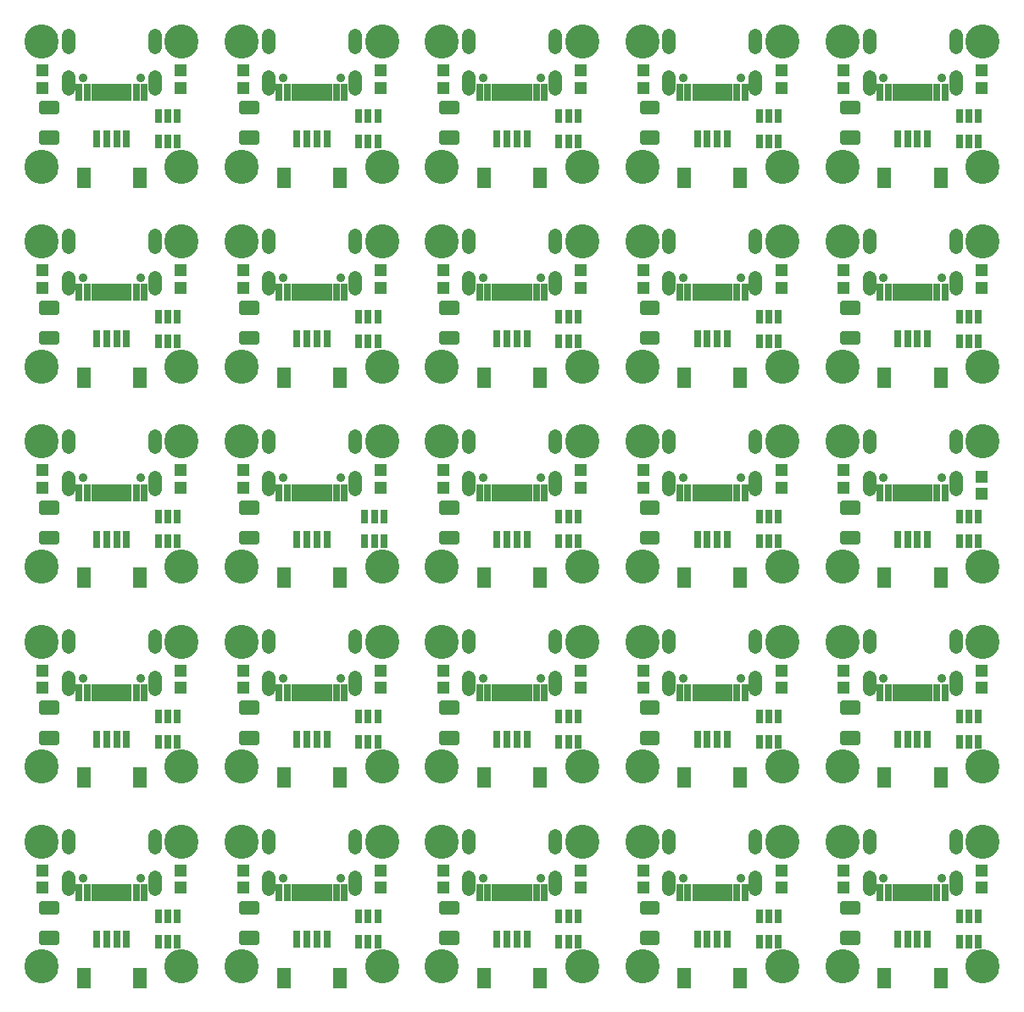
<source format=gbr>
G04 EAGLE Gerber RS-274X export*
G75*
%MOMM*%
%FSLAX34Y34*%
%LPD*%
%INSoldermask Top*%
%IPPOS*%
%AMOC8*
5,1,8,0,0,1.08239X$1,22.5*%
G01*
%ADD10R,0.803200X1.653200*%
%ADD11R,0.503200X1.653200*%
%ADD12C,1.361200*%
%ADD13C,0.903200*%
%ADD14R,0.803200X1.753200*%
%ADD15R,1.403200X2.003200*%
%ADD16C,0.505150*%
%ADD17R,0.803200X1.353200*%
%ADD18R,1.283200X1.253200*%
%ADD19C,3.419200*%


D10*
X145000Y1399050D03*
X137000Y1399050D03*
D11*
X115000Y1399050D03*
X120000Y1399050D03*
X125000Y1399050D03*
X130000Y1399050D03*
X110000Y1399050D03*
X105000Y1399050D03*
X100000Y1399050D03*
X95000Y1399050D03*
D10*
X88000Y1399050D03*
X80000Y1399050D03*
D12*
X155700Y1402410D02*
X155700Y1413990D01*
X69300Y1413990D02*
X69300Y1402410D01*
X155700Y1444210D02*
X155700Y1455790D01*
X69300Y1455790D02*
X69300Y1444210D01*
D13*
X141400Y1413500D03*
X83600Y1413500D03*
D14*
X97500Y1352500D03*
X107500Y1352500D03*
X117500Y1352500D03*
X127500Y1352500D03*
D15*
X84500Y1313750D03*
X140500Y1313750D03*
D16*
X57590Y1349210D02*
X57590Y1358190D01*
X57590Y1349210D02*
X42410Y1349210D01*
X42410Y1358190D01*
X57590Y1358190D01*
X57590Y1354009D02*
X42410Y1354009D01*
X57590Y1379310D02*
X57590Y1388290D01*
X57590Y1379310D02*
X42410Y1379310D01*
X42410Y1388290D01*
X57590Y1388290D01*
X57590Y1384109D02*
X42410Y1384109D01*
D17*
X178250Y1375000D03*
X168750Y1375000D03*
X159250Y1375000D03*
X159250Y1350000D03*
X168750Y1350000D03*
X178250Y1350000D03*
D18*
X181250Y1403750D03*
X181250Y1421250D03*
X43750Y1421250D03*
X43750Y1403750D03*
D10*
X345000Y1399050D03*
X337000Y1399050D03*
D11*
X315000Y1399050D03*
X320000Y1399050D03*
X325000Y1399050D03*
X330000Y1399050D03*
X310000Y1399050D03*
X305000Y1399050D03*
X300000Y1399050D03*
X295000Y1399050D03*
D10*
X288000Y1399050D03*
X280000Y1399050D03*
D12*
X355700Y1402410D02*
X355700Y1413990D01*
X269300Y1413990D02*
X269300Y1402410D01*
X355700Y1444210D02*
X355700Y1455790D01*
X269300Y1455790D02*
X269300Y1444210D01*
D13*
X341400Y1413500D03*
X283600Y1413500D03*
D14*
X297500Y1352500D03*
X307500Y1352500D03*
X317500Y1352500D03*
X327500Y1352500D03*
D15*
X284500Y1313750D03*
X340500Y1313750D03*
D16*
X257590Y1349210D02*
X257590Y1358190D01*
X257590Y1349210D02*
X242410Y1349210D01*
X242410Y1358190D01*
X257590Y1358190D01*
X257590Y1354009D02*
X242410Y1354009D01*
X257590Y1379310D02*
X257590Y1388290D01*
X257590Y1379310D02*
X242410Y1379310D01*
X242410Y1388290D01*
X257590Y1388290D01*
X257590Y1384109D02*
X242410Y1384109D01*
D17*
X359250Y1350000D03*
X368750Y1350000D03*
X378250Y1350000D03*
X378250Y1375000D03*
X368750Y1375000D03*
X359250Y1375000D03*
D18*
X381250Y1403750D03*
X381250Y1421250D03*
X243750Y1421250D03*
X243750Y1403750D03*
D10*
X545000Y1399050D03*
X537000Y1399050D03*
D11*
X515000Y1399050D03*
X520000Y1399050D03*
X525000Y1399050D03*
X530000Y1399050D03*
X510000Y1399050D03*
X505000Y1399050D03*
X500000Y1399050D03*
X495000Y1399050D03*
D10*
X488000Y1399050D03*
X480000Y1399050D03*
D12*
X555700Y1402410D02*
X555700Y1413990D01*
X469300Y1413990D02*
X469300Y1402410D01*
X555700Y1444210D02*
X555700Y1455790D01*
X469300Y1455790D02*
X469300Y1444210D01*
D13*
X541400Y1413500D03*
X483600Y1413500D03*
D14*
X497500Y1352500D03*
X507500Y1352500D03*
X517500Y1352500D03*
X527500Y1352500D03*
D15*
X484500Y1313750D03*
X540500Y1313750D03*
D16*
X457590Y1349210D02*
X457590Y1358190D01*
X457590Y1349210D02*
X442410Y1349210D01*
X442410Y1358190D01*
X457590Y1358190D01*
X457590Y1354009D02*
X442410Y1354009D01*
X457590Y1379310D02*
X457590Y1388290D01*
X457590Y1379310D02*
X442410Y1379310D01*
X442410Y1388290D01*
X457590Y1388290D01*
X457590Y1384109D02*
X442410Y1384109D01*
D17*
X559250Y1350000D03*
X568750Y1350000D03*
X578250Y1350000D03*
X578250Y1375000D03*
X568750Y1375000D03*
X559250Y1375000D03*
D18*
X581250Y1403750D03*
X581250Y1421250D03*
X443750Y1421250D03*
X443750Y1403750D03*
D10*
X745000Y1399050D03*
X737000Y1399050D03*
D11*
X715000Y1399050D03*
X720000Y1399050D03*
X725000Y1399050D03*
X730000Y1399050D03*
X710000Y1399050D03*
X705000Y1399050D03*
X700000Y1399050D03*
X695000Y1399050D03*
D10*
X688000Y1399050D03*
X680000Y1399050D03*
D12*
X755700Y1402410D02*
X755700Y1413990D01*
X669300Y1413990D02*
X669300Y1402410D01*
X755700Y1444210D02*
X755700Y1455790D01*
X669300Y1455790D02*
X669300Y1444210D01*
D13*
X741400Y1413500D03*
X683600Y1413500D03*
D14*
X697500Y1352500D03*
X707500Y1352500D03*
X717500Y1352500D03*
X727500Y1352500D03*
D15*
X684500Y1313750D03*
X740500Y1313750D03*
D16*
X657590Y1349210D02*
X657590Y1358190D01*
X657590Y1349210D02*
X642410Y1349210D01*
X642410Y1358190D01*
X657590Y1358190D01*
X657590Y1354009D02*
X642410Y1354009D01*
X657590Y1379310D02*
X657590Y1388290D01*
X657590Y1379310D02*
X642410Y1379310D01*
X642410Y1388290D01*
X657590Y1388290D01*
X657590Y1384109D02*
X642410Y1384109D01*
D17*
X759250Y1350000D03*
X768750Y1350000D03*
X778250Y1350000D03*
X778250Y1375000D03*
X768750Y1375000D03*
X759250Y1375000D03*
D18*
X781250Y1403750D03*
X781250Y1421250D03*
X643750Y1421250D03*
X643750Y1403750D03*
D10*
X945000Y1399050D03*
X937000Y1399050D03*
D11*
X915000Y1399050D03*
X920000Y1399050D03*
X925000Y1399050D03*
X930000Y1399050D03*
X910000Y1399050D03*
X905000Y1399050D03*
X900000Y1399050D03*
X895000Y1399050D03*
D10*
X888000Y1399050D03*
X880000Y1399050D03*
D12*
X955700Y1402410D02*
X955700Y1413990D01*
X869300Y1413990D02*
X869300Y1402410D01*
X955700Y1444210D02*
X955700Y1455790D01*
X869300Y1455790D02*
X869300Y1444210D01*
D13*
X941400Y1413500D03*
X883600Y1413500D03*
D14*
X897500Y1352500D03*
X907500Y1352500D03*
X917500Y1352500D03*
X927500Y1352500D03*
D15*
X884500Y1313750D03*
X940500Y1313750D03*
D16*
X857590Y1349210D02*
X857590Y1358190D01*
X857590Y1349210D02*
X842410Y1349210D01*
X842410Y1358190D01*
X857590Y1358190D01*
X857590Y1354009D02*
X842410Y1354009D01*
X857590Y1379310D02*
X857590Y1388290D01*
X857590Y1379310D02*
X842410Y1379310D01*
X842410Y1388290D01*
X857590Y1388290D01*
X857590Y1384109D02*
X842410Y1384109D01*
D17*
X959250Y1350000D03*
X968750Y1350000D03*
X978250Y1350000D03*
X978250Y1375000D03*
X968750Y1375000D03*
X959250Y1375000D03*
D18*
X981250Y1403750D03*
X981250Y1421250D03*
X843750Y1421250D03*
X843750Y1403750D03*
D10*
X145000Y1199050D03*
X137000Y1199050D03*
D11*
X115000Y1199050D03*
X120000Y1199050D03*
X125000Y1199050D03*
X130000Y1199050D03*
X110000Y1199050D03*
X105000Y1199050D03*
X100000Y1199050D03*
X95000Y1199050D03*
D10*
X88000Y1199050D03*
X80000Y1199050D03*
D12*
X155700Y1202410D02*
X155700Y1213990D01*
X69300Y1213990D02*
X69300Y1202410D01*
X155700Y1244210D02*
X155700Y1255790D01*
X69300Y1255790D02*
X69300Y1244210D01*
D13*
X141400Y1213500D03*
X83600Y1213500D03*
D14*
X97500Y1152500D03*
X107500Y1152500D03*
X117500Y1152500D03*
X127500Y1152500D03*
D15*
X84500Y1113750D03*
X140500Y1113750D03*
D16*
X57590Y1149210D02*
X57590Y1158190D01*
X57590Y1149210D02*
X42410Y1149210D01*
X42410Y1158190D01*
X57590Y1158190D01*
X57590Y1154009D02*
X42410Y1154009D01*
X57590Y1179310D02*
X57590Y1188290D01*
X57590Y1179310D02*
X42410Y1179310D01*
X42410Y1188290D01*
X57590Y1188290D01*
X57590Y1184109D02*
X42410Y1184109D01*
D17*
X159250Y1150000D03*
X168750Y1150000D03*
X178250Y1150000D03*
X178250Y1175000D03*
X168750Y1175000D03*
X159250Y1175000D03*
D18*
X181250Y1203750D03*
X181250Y1221250D03*
X43750Y1221250D03*
X43750Y1203750D03*
D10*
X345000Y1199050D03*
X337000Y1199050D03*
D11*
X315000Y1199050D03*
X320000Y1199050D03*
X325000Y1199050D03*
X330000Y1199050D03*
X310000Y1199050D03*
X305000Y1199050D03*
X300000Y1199050D03*
X295000Y1199050D03*
D10*
X288000Y1199050D03*
X280000Y1199050D03*
D12*
X355700Y1202410D02*
X355700Y1213990D01*
X269300Y1213990D02*
X269300Y1202410D01*
X355700Y1244210D02*
X355700Y1255790D01*
X269300Y1255790D02*
X269300Y1244210D01*
D13*
X341400Y1213500D03*
X283600Y1213500D03*
D14*
X297500Y1152500D03*
X307500Y1152500D03*
X317500Y1152500D03*
X327500Y1152500D03*
D15*
X284500Y1113750D03*
X340500Y1113750D03*
D16*
X257590Y1149210D02*
X257590Y1158190D01*
X257590Y1149210D02*
X242410Y1149210D01*
X242410Y1158190D01*
X257590Y1158190D01*
X257590Y1154009D02*
X242410Y1154009D01*
X257590Y1179310D02*
X257590Y1188290D01*
X257590Y1179310D02*
X242410Y1179310D01*
X242410Y1188290D01*
X257590Y1188290D01*
X257590Y1184109D02*
X242410Y1184109D01*
D17*
X359250Y1150000D03*
X368750Y1150000D03*
X378250Y1150000D03*
X378250Y1175000D03*
X368750Y1175000D03*
X359250Y1175000D03*
D18*
X381250Y1203750D03*
X381250Y1221250D03*
X243750Y1221250D03*
X243750Y1203750D03*
D10*
X545000Y1199050D03*
X537000Y1199050D03*
D11*
X515000Y1199050D03*
X520000Y1199050D03*
X525000Y1199050D03*
X530000Y1199050D03*
X510000Y1199050D03*
X505000Y1199050D03*
X500000Y1199050D03*
X495000Y1199050D03*
D10*
X488000Y1199050D03*
X480000Y1199050D03*
D12*
X555700Y1202410D02*
X555700Y1213990D01*
X469300Y1213990D02*
X469300Y1202410D01*
X555700Y1244210D02*
X555700Y1255790D01*
X469300Y1255790D02*
X469300Y1244210D01*
D13*
X541400Y1213500D03*
X483600Y1213500D03*
D14*
X497500Y1152500D03*
X507500Y1152500D03*
X517500Y1152500D03*
X527500Y1152500D03*
D15*
X484500Y1113750D03*
X540500Y1113750D03*
D16*
X457590Y1149210D02*
X457590Y1158190D01*
X457590Y1149210D02*
X442410Y1149210D01*
X442410Y1158190D01*
X457590Y1158190D01*
X457590Y1154009D02*
X442410Y1154009D01*
X457590Y1179310D02*
X457590Y1188290D01*
X457590Y1179310D02*
X442410Y1179310D01*
X442410Y1188290D01*
X457590Y1188290D01*
X457590Y1184109D02*
X442410Y1184109D01*
D17*
X559250Y1150000D03*
X568750Y1150000D03*
X578250Y1150000D03*
X578250Y1175000D03*
X568750Y1175000D03*
X559250Y1175000D03*
D18*
X581250Y1203750D03*
X581250Y1221250D03*
X443750Y1221250D03*
X443750Y1203750D03*
D10*
X745000Y1199050D03*
X737000Y1199050D03*
D11*
X715000Y1199050D03*
X720000Y1199050D03*
X725000Y1199050D03*
X730000Y1199050D03*
X710000Y1199050D03*
X705000Y1199050D03*
X700000Y1199050D03*
X695000Y1199050D03*
D10*
X688000Y1199050D03*
X680000Y1199050D03*
D12*
X755700Y1202410D02*
X755700Y1213990D01*
X669300Y1213990D02*
X669300Y1202410D01*
X755700Y1244210D02*
X755700Y1255790D01*
X669300Y1255790D02*
X669300Y1244210D01*
D13*
X741400Y1213500D03*
X683600Y1213500D03*
D14*
X697500Y1152500D03*
X707500Y1152500D03*
X717500Y1152500D03*
X727500Y1152500D03*
D15*
X684500Y1113750D03*
X740500Y1113750D03*
D16*
X657590Y1149210D02*
X657590Y1158190D01*
X657590Y1149210D02*
X642410Y1149210D01*
X642410Y1158190D01*
X657590Y1158190D01*
X657590Y1154009D02*
X642410Y1154009D01*
X657590Y1179310D02*
X657590Y1188290D01*
X657590Y1179310D02*
X642410Y1179310D01*
X642410Y1188290D01*
X657590Y1188290D01*
X657590Y1184109D02*
X642410Y1184109D01*
D17*
X759250Y1150000D03*
X768750Y1150000D03*
X778250Y1150000D03*
X778250Y1175000D03*
X768750Y1175000D03*
X759250Y1175000D03*
D18*
X781250Y1203750D03*
X781250Y1221250D03*
X643750Y1221250D03*
X643750Y1203750D03*
D10*
X945000Y1199050D03*
X937000Y1199050D03*
D11*
X915000Y1199050D03*
X920000Y1199050D03*
X925000Y1199050D03*
X930000Y1199050D03*
X910000Y1199050D03*
X905000Y1199050D03*
X900000Y1199050D03*
X895000Y1199050D03*
D10*
X888000Y1199050D03*
X880000Y1199050D03*
D12*
X955700Y1202410D02*
X955700Y1213990D01*
X869300Y1213990D02*
X869300Y1202410D01*
X955700Y1244210D02*
X955700Y1255790D01*
X869300Y1255790D02*
X869300Y1244210D01*
D13*
X941400Y1213500D03*
X883600Y1213500D03*
D14*
X897500Y1152500D03*
X907500Y1152500D03*
X917500Y1152500D03*
X927500Y1152500D03*
D15*
X884500Y1113750D03*
X940500Y1113750D03*
D16*
X857590Y1149210D02*
X857590Y1158190D01*
X857590Y1149210D02*
X842410Y1149210D01*
X842410Y1158190D01*
X857590Y1158190D01*
X857590Y1154009D02*
X842410Y1154009D01*
X857590Y1179310D02*
X857590Y1188290D01*
X857590Y1179310D02*
X842410Y1179310D01*
X842410Y1188290D01*
X857590Y1188290D01*
X857590Y1184109D02*
X842410Y1184109D01*
D17*
X959250Y1150000D03*
X968750Y1150000D03*
X978250Y1150000D03*
X978250Y1175000D03*
X968750Y1175000D03*
X959250Y1175000D03*
D18*
X981250Y1203750D03*
X981250Y1221250D03*
X843750Y1221250D03*
X843750Y1203750D03*
D10*
X145000Y999050D03*
X137000Y999050D03*
D11*
X115000Y999050D03*
X120000Y999050D03*
X125000Y999050D03*
X130000Y999050D03*
X110000Y999050D03*
X105000Y999050D03*
X100000Y999050D03*
X95000Y999050D03*
D10*
X88000Y999050D03*
X80000Y999050D03*
D12*
X155700Y1002410D02*
X155700Y1013990D01*
X69300Y1013990D02*
X69300Y1002410D01*
X155700Y1044210D02*
X155700Y1055790D01*
X69300Y1055790D02*
X69300Y1044210D01*
D13*
X141400Y1013500D03*
X83600Y1013500D03*
D14*
X97500Y952500D03*
X107500Y952500D03*
X117500Y952500D03*
X127500Y952500D03*
D15*
X84500Y913750D03*
X140500Y913750D03*
D16*
X57590Y949210D02*
X57590Y958190D01*
X57590Y949210D02*
X42410Y949210D01*
X42410Y958190D01*
X57590Y958190D01*
X57590Y954009D02*
X42410Y954009D01*
X57590Y979310D02*
X57590Y988290D01*
X57590Y979310D02*
X42410Y979310D01*
X42410Y988290D01*
X57590Y988290D01*
X57590Y984109D02*
X42410Y984109D01*
D17*
X159250Y950000D03*
X168750Y950000D03*
X178250Y950000D03*
X178250Y975000D03*
X168750Y975000D03*
X159250Y975000D03*
D18*
X181250Y1003750D03*
X181250Y1021250D03*
X43750Y1021250D03*
X43750Y1003750D03*
D10*
X345000Y999050D03*
X337000Y999050D03*
D11*
X315000Y999050D03*
X320000Y999050D03*
X325000Y999050D03*
X330000Y999050D03*
X310000Y999050D03*
X305000Y999050D03*
X300000Y999050D03*
X295000Y999050D03*
D10*
X288000Y999050D03*
X280000Y999050D03*
D12*
X355700Y1002410D02*
X355700Y1013990D01*
X269300Y1013990D02*
X269300Y1002410D01*
X355700Y1044210D02*
X355700Y1055790D01*
X269300Y1055790D02*
X269300Y1044210D01*
D13*
X341400Y1013500D03*
X283600Y1013500D03*
D14*
X297500Y952500D03*
X307500Y952500D03*
X317500Y952500D03*
X327500Y952500D03*
D15*
X284500Y913750D03*
X340500Y913750D03*
D16*
X257590Y949210D02*
X257590Y958190D01*
X257590Y949210D02*
X242410Y949210D01*
X242410Y958190D01*
X257590Y958190D01*
X257590Y954009D02*
X242410Y954009D01*
X257590Y979310D02*
X257590Y988290D01*
X257590Y979310D02*
X242410Y979310D01*
X242410Y988290D01*
X257590Y988290D01*
X257590Y984109D02*
X242410Y984109D01*
D17*
X365500Y950000D03*
X375000Y950000D03*
X384500Y950000D03*
X384500Y975000D03*
X375000Y975000D03*
X365500Y975000D03*
D18*
X381250Y1003750D03*
X381250Y1021250D03*
X243750Y1021250D03*
X243750Y1003750D03*
D10*
X545000Y999050D03*
X537000Y999050D03*
D11*
X515000Y999050D03*
X520000Y999050D03*
X525000Y999050D03*
X530000Y999050D03*
X510000Y999050D03*
X505000Y999050D03*
X500000Y999050D03*
X495000Y999050D03*
D10*
X488000Y999050D03*
X480000Y999050D03*
D12*
X555700Y1002410D02*
X555700Y1013990D01*
X469300Y1013990D02*
X469300Y1002410D01*
X555700Y1044210D02*
X555700Y1055790D01*
X469300Y1055790D02*
X469300Y1044210D01*
D13*
X541400Y1013500D03*
X483600Y1013500D03*
D14*
X497500Y952500D03*
X507500Y952500D03*
X517500Y952500D03*
X527500Y952500D03*
D15*
X484500Y913750D03*
X540500Y913750D03*
D16*
X457590Y949210D02*
X457590Y958190D01*
X457590Y949210D02*
X442410Y949210D01*
X442410Y958190D01*
X457590Y958190D01*
X457590Y954009D02*
X442410Y954009D01*
X457590Y979310D02*
X457590Y988290D01*
X457590Y979310D02*
X442410Y979310D01*
X442410Y988290D01*
X457590Y988290D01*
X457590Y984109D02*
X442410Y984109D01*
D17*
X559250Y950000D03*
X568750Y950000D03*
X578250Y950000D03*
X578250Y975000D03*
X568750Y975000D03*
X559250Y975000D03*
D18*
X581250Y1003750D03*
X581250Y1021250D03*
X443750Y1021250D03*
X443750Y1003750D03*
D10*
X745000Y999050D03*
X737000Y999050D03*
D11*
X715000Y999050D03*
X720000Y999050D03*
X725000Y999050D03*
X730000Y999050D03*
X710000Y999050D03*
X705000Y999050D03*
X700000Y999050D03*
X695000Y999050D03*
D10*
X688000Y999050D03*
X680000Y999050D03*
D12*
X755700Y1002410D02*
X755700Y1013990D01*
X669300Y1013990D02*
X669300Y1002410D01*
X755700Y1044210D02*
X755700Y1055790D01*
X669300Y1055790D02*
X669300Y1044210D01*
D13*
X741400Y1013500D03*
X683600Y1013500D03*
D14*
X697500Y952500D03*
X707500Y952500D03*
X717500Y952500D03*
X727500Y952500D03*
D15*
X684500Y913750D03*
X740500Y913750D03*
D16*
X657590Y949210D02*
X657590Y958190D01*
X657590Y949210D02*
X642410Y949210D01*
X642410Y958190D01*
X657590Y958190D01*
X657590Y954009D02*
X642410Y954009D01*
X657590Y979310D02*
X657590Y988290D01*
X657590Y979310D02*
X642410Y979310D01*
X642410Y988290D01*
X657590Y988290D01*
X657590Y984109D02*
X642410Y984109D01*
D17*
X759250Y950000D03*
X768750Y950000D03*
X778250Y950000D03*
X778250Y975000D03*
X768750Y975000D03*
X759250Y975000D03*
D18*
X781250Y1003750D03*
X781250Y1021250D03*
X643750Y1021250D03*
X643750Y1003750D03*
D10*
X945000Y999050D03*
X937000Y999050D03*
D11*
X915000Y999050D03*
X920000Y999050D03*
X925000Y999050D03*
X930000Y999050D03*
X910000Y999050D03*
X905000Y999050D03*
X900000Y999050D03*
X895000Y999050D03*
D10*
X888000Y999050D03*
X880000Y999050D03*
D12*
X955700Y1002410D02*
X955700Y1013990D01*
X869300Y1013990D02*
X869300Y1002410D01*
X955700Y1044210D02*
X955700Y1055790D01*
X869300Y1055790D02*
X869300Y1044210D01*
D13*
X941400Y1013500D03*
X883600Y1013500D03*
D14*
X897500Y952500D03*
X907500Y952500D03*
X917500Y952500D03*
X927500Y952500D03*
D15*
X884500Y913750D03*
X940500Y913750D03*
D16*
X857590Y949210D02*
X857590Y958190D01*
X857590Y949210D02*
X842410Y949210D01*
X842410Y958190D01*
X857590Y958190D01*
X857590Y954009D02*
X842410Y954009D01*
X857590Y979310D02*
X857590Y988290D01*
X857590Y979310D02*
X842410Y979310D01*
X842410Y988290D01*
X857590Y988290D01*
X857590Y984109D02*
X842410Y984109D01*
D17*
X959250Y950000D03*
X968750Y950000D03*
X978250Y950000D03*
X978250Y975000D03*
X968750Y975000D03*
X959250Y975000D03*
D18*
X981250Y997500D03*
X981250Y1015000D03*
X843750Y1021250D03*
X843750Y1003750D03*
D10*
X145000Y799050D03*
X137000Y799050D03*
D11*
X115000Y799050D03*
X120000Y799050D03*
X125000Y799050D03*
X130000Y799050D03*
X110000Y799050D03*
X105000Y799050D03*
X100000Y799050D03*
X95000Y799050D03*
D10*
X88000Y799050D03*
X80000Y799050D03*
D12*
X155700Y802410D02*
X155700Y813990D01*
X69300Y813990D02*
X69300Y802410D01*
X155700Y844210D02*
X155700Y855790D01*
X69300Y855790D02*
X69300Y844210D01*
D13*
X141400Y813500D03*
X83600Y813500D03*
D14*
X97500Y752500D03*
X107500Y752500D03*
X117500Y752500D03*
X127500Y752500D03*
D15*
X84500Y713750D03*
X140500Y713750D03*
D16*
X57590Y749210D02*
X57590Y758190D01*
X57590Y749210D02*
X42410Y749210D01*
X42410Y758190D01*
X57590Y758190D01*
X57590Y754009D02*
X42410Y754009D01*
X57590Y779310D02*
X57590Y788290D01*
X57590Y779310D02*
X42410Y779310D01*
X42410Y788290D01*
X57590Y788290D01*
X57590Y784109D02*
X42410Y784109D01*
D17*
X159250Y750000D03*
X168750Y750000D03*
X178250Y750000D03*
X178250Y775000D03*
X168750Y775000D03*
X159250Y775000D03*
D18*
X181250Y803750D03*
X181250Y821250D03*
X43750Y821250D03*
X43750Y803750D03*
D10*
X345000Y799050D03*
X337000Y799050D03*
D11*
X315000Y799050D03*
X320000Y799050D03*
X325000Y799050D03*
X330000Y799050D03*
X310000Y799050D03*
X305000Y799050D03*
X300000Y799050D03*
X295000Y799050D03*
D10*
X288000Y799050D03*
X280000Y799050D03*
D12*
X355700Y802410D02*
X355700Y813990D01*
X269300Y813990D02*
X269300Y802410D01*
X355700Y844210D02*
X355700Y855790D01*
X269300Y855790D02*
X269300Y844210D01*
D13*
X341400Y813500D03*
X283600Y813500D03*
D14*
X297500Y752500D03*
X307500Y752500D03*
X317500Y752500D03*
X327500Y752500D03*
D15*
X284500Y713750D03*
X340500Y713750D03*
D16*
X257590Y749210D02*
X257590Y758190D01*
X257590Y749210D02*
X242410Y749210D01*
X242410Y758190D01*
X257590Y758190D01*
X257590Y754009D02*
X242410Y754009D01*
X257590Y779310D02*
X257590Y788290D01*
X257590Y779310D02*
X242410Y779310D01*
X242410Y788290D01*
X257590Y788290D01*
X257590Y784109D02*
X242410Y784109D01*
D17*
X359250Y750000D03*
X368750Y750000D03*
X378250Y750000D03*
X378250Y775000D03*
X368750Y775000D03*
X359250Y775000D03*
D18*
X381250Y803750D03*
X381250Y821250D03*
X243750Y821250D03*
X243750Y803750D03*
D10*
X545000Y799050D03*
X537000Y799050D03*
D11*
X515000Y799050D03*
X520000Y799050D03*
X525000Y799050D03*
X530000Y799050D03*
X510000Y799050D03*
X505000Y799050D03*
X500000Y799050D03*
X495000Y799050D03*
D10*
X488000Y799050D03*
X480000Y799050D03*
D12*
X555700Y802410D02*
X555700Y813990D01*
X469300Y813990D02*
X469300Y802410D01*
X555700Y844210D02*
X555700Y855790D01*
X469300Y855790D02*
X469300Y844210D01*
D13*
X541400Y813500D03*
X483600Y813500D03*
D14*
X497500Y752500D03*
X507500Y752500D03*
X517500Y752500D03*
X527500Y752500D03*
D15*
X484500Y713750D03*
X540500Y713750D03*
D16*
X457590Y749210D02*
X457590Y758190D01*
X457590Y749210D02*
X442410Y749210D01*
X442410Y758190D01*
X457590Y758190D01*
X457590Y754009D02*
X442410Y754009D01*
X457590Y779310D02*
X457590Y788290D01*
X457590Y779310D02*
X442410Y779310D01*
X442410Y788290D01*
X457590Y788290D01*
X457590Y784109D02*
X442410Y784109D01*
D17*
X559250Y750000D03*
X568750Y750000D03*
X578250Y750000D03*
X578250Y775000D03*
X568750Y775000D03*
X559250Y775000D03*
D18*
X581250Y803750D03*
X581250Y821250D03*
X443750Y821250D03*
X443750Y803750D03*
D10*
X745000Y799050D03*
X737000Y799050D03*
D11*
X715000Y799050D03*
X720000Y799050D03*
X725000Y799050D03*
X730000Y799050D03*
X710000Y799050D03*
X705000Y799050D03*
X700000Y799050D03*
X695000Y799050D03*
D10*
X688000Y799050D03*
X680000Y799050D03*
D12*
X755700Y802410D02*
X755700Y813990D01*
X669300Y813990D02*
X669300Y802410D01*
X755700Y844210D02*
X755700Y855790D01*
X669300Y855790D02*
X669300Y844210D01*
D13*
X741400Y813500D03*
X683600Y813500D03*
D14*
X697500Y752500D03*
X707500Y752500D03*
X717500Y752500D03*
X727500Y752500D03*
D15*
X684500Y713750D03*
X740500Y713750D03*
D16*
X657590Y749210D02*
X657590Y758190D01*
X657590Y749210D02*
X642410Y749210D01*
X642410Y758190D01*
X657590Y758190D01*
X657590Y754009D02*
X642410Y754009D01*
X657590Y779310D02*
X657590Y788290D01*
X657590Y779310D02*
X642410Y779310D01*
X642410Y788290D01*
X657590Y788290D01*
X657590Y784109D02*
X642410Y784109D01*
D17*
X759250Y750000D03*
X768750Y750000D03*
X778250Y750000D03*
X778250Y775000D03*
X768750Y775000D03*
X759250Y775000D03*
D18*
X781250Y803750D03*
X781250Y821250D03*
X643750Y821250D03*
X643750Y803750D03*
D10*
X945000Y799050D03*
X937000Y799050D03*
D11*
X915000Y799050D03*
X920000Y799050D03*
X925000Y799050D03*
X930000Y799050D03*
X910000Y799050D03*
X905000Y799050D03*
X900000Y799050D03*
X895000Y799050D03*
D10*
X888000Y799050D03*
X880000Y799050D03*
D12*
X955700Y802410D02*
X955700Y813990D01*
X869300Y813990D02*
X869300Y802410D01*
X955700Y844210D02*
X955700Y855790D01*
X869300Y855790D02*
X869300Y844210D01*
D13*
X941400Y813500D03*
X883600Y813500D03*
D14*
X897500Y752500D03*
X907500Y752500D03*
X917500Y752500D03*
X927500Y752500D03*
D15*
X884500Y713750D03*
X940500Y713750D03*
D16*
X857590Y749210D02*
X857590Y758190D01*
X857590Y749210D02*
X842410Y749210D01*
X842410Y758190D01*
X857590Y758190D01*
X857590Y754009D02*
X842410Y754009D01*
X857590Y779310D02*
X857590Y788290D01*
X857590Y779310D02*
X842410Y779310D01*
X842410Y788290D01*
X857590Y788290D01*
X857590Y784109D02*
X842410Y784109D01*
D17*
X959250Y750000D03*
X968750Y750000D03*
X978250Y750000D03*
X978250Y775000D03*
X968750Y775000D03*
X959250Y775000D03*
D18*
X981250Y803750D03*
X981250Y821250D03*
X843750Y821250D03*
X843750Y803750D03*
D10*
X145000Y599050D03*
X137000Y599050D03*
D11*
X115000Y599050D03*
X120000Y599050D03*
X125000Y599050D03*
X130000Y599050D03*
X110000Y599050D03*
X105000Y599050D03*
X100000Y599050D03*
X95000Y599050D03*
D10*
X88000Y599050D03*
X80000Y599050D03*
D12*
X155700Y602410D02*
X155700Y613990D01*
X69300Y613990D02*
X69300Y602410D01*
X155700Y644210D02*
X155700Y655790D01*
X69300Y655790D02*
X69300Y644210D01*
D13*
X141400Y613500D03*
X83600Y613500D03*
D14*
X97500Y552500D03*
X107500Y552500D03*
X117500Y552500D03*
X127500Y552500D03*
D15*
X84500Y513750D03*
X140500Y513750D03*
D16*
X57590Y549210D02*
X57590Y558190D01*
X57590Y549210D02*
X42410Y549210D01*
X42410Y558190D01*
X57590Y558190D01*
X57590Y554009D02*
X42410Y554009D01*
X57590Y579310D02*
X57590Y588290D01*
X57590Y579310D02*
X42410Y579310D01*
X42410Y588290D01*
X57590Y588290D01*
X57590Y584109D02*
X42410Y584109D01*
D17*
X159250Y550000D03*
X168750Y550000D03*
X178250Y550000D03*
X178250Y575000D03*
X168750Y575000D03*
X159250Y575000D03*
D18*
X181250Y603750D03*
X181250Y621250D03*
X43750Y621250D03*
X43750Y603750D03*
D10*
X345000Y599050D03*
X337000Y599050D03*
D11*
X315000Y599050D03*
X320000Y599050D03*
X325000Y599050D03*
X330000Y599050D03*
X310000Y599050D03*
X305000Y599050D03*
X300000Y599050D03*
X295000Y599050D03*
D10*
X288000Y599050D03*
X280000Y599050D03*
D12*
X355700Y602410D02*
X355700Y613990D01*
X269300Y613990D02*
X269300Y602410D01*
X355700Y644210D02*
X355700Y655790D01*
X269300Y655790D02*
X269300Y644210D01*
D13*
X341400Y613500D03*
X283600Y613500D03*
D14*
X297500Y552500D03*
X307500Y552500D03*
X317500Y552500D03*
X327500Y552500D03*
D15*
X284500Y513750D03*
X340500Y513750D03*
D16*
X257590Y549210D02*
X257590Y558190D01*
X257590Y549210D02*
X242410Y549210D01*
X242410Y558190D01*
X257590Y558190D01*
X257590Y554009D02*
X242410Y554009D01*
X257590Y579310D02*
X257590Y588290D01*
X257590Y579310D02*
X242410Y579310D01*
X242410Y588290D01*
X257590Y588290D01*
X257590Y584109D02*
X242410Y584109D01*
D17*
X359250Y550000D03*
X368750Y550000D03*
X378250Y550000D03*
X378250Y575000D03*
X368750Y575000D03*
X359250Y575000D03*
D18*
X381250Y603750D03*
X381250Y621250D03*
X243750Y621250D03*
X243750Y603750D03*
D10*
X545000Y599050D03*
X537000Y599050D03*
D11*
X515000Y599050D03*
X520000Y599050D03*
X525000Y599050D03*
X530000Y599050D03*
X510000Y599050D03*
X505000Y599050D03*
X500000Y599050D03*
X495000Y599050D03*
D10*
X488000Y599050D03*
X480000Y599050D03*
D12*
X555700Y602410D02*
X555700Y613990D01*
X469300Y613990D02*
X469300Y602410D01*
X555700Y644210D02*
X555700Y655790D01*
X469300Y655790D02*
X469300Y644210D01*
D13*
X541400Y613500D03*
X483600Y613500D03*
D14*
X497500Y552500D03*
X507500Y552500D03*
X517500Y552500D03*
X527500Y552500D03*
D15*
X484500Y513750D03*
X540500Y513750D03*
D16*
X457590Y549210D02*
X457590Y558190D01*
X457590Y549210D02*
X442410Y549210D01*
X442410Y558190D01*
X457590Y558190D01*
X457590Y554009D02*
X442410Y554009D01*
X457590Y579310D02*
X457590Y588290D01*
X457590Y579310D02*
X442410Y579310D01*
X442410Y588290D01*
X457590Y588290D01*
X457590Y584109D02*
X442410Y584109D01*
D17*
X559250Y550000D03*
X568750Y550000D03*
X578250Y550000D03*
X578250Y575000D03*
X568750Y575000D03*
X559250Y575000D03*
D18*
X581250Y603750D03*
X581250Y621250D03*
X443750Y621250D03*
X443750Y603750D03*
D10*
X745000Y599050D03*
X737000Y599050D03*
D11*
X715000Y599050D03*
X720000Y599050D03*
X725000Y599050D03*
X730000Y599050D03*
X710000Y599050D03*
X705000Y599050D03*
X700000Y599050D03*
X695000Y599050D03*
D10*
X688000Y599050D03*
X680000Y599050D03*
D12*
X755700Y602410D02*
X755700Y613990D01*
X669300Y613990D02*
X669300Y602410D01*
X755700Y644210D02*
X755700Y655790D01*
X669300Y655790D02*
X669300Y644210D01*
D13*
X741400Y613500D03*
X683600Y613500D03*
D14*
X697500Y552500D03*
X707500Y552500D03*
X717500Y552500D03*
X727500Y552500D03*
D15*
X684500Y513750D03*
X740500Y513750D03*
D16*
X657590Y549210D02*
X657590Y558190D01*
X657590Y549210D02*
X642410Y549210D01*
X642410Y558190D01*
X657590Y558190D01*
X657590Y554009D02*
X642410Y554009D01*
X657590Y579310D02*
X657590Y588290D01*
X657590Y579310D02*
X642410Y579310D01*
X642410Y588290D01*
X657590Y588290D01*
X657590Y584109D02*
X642410Y584109D01*
D17*
X759250Y550000D03*
X768750Y550000D03*
X778250Y550000D03*
X778250Y575000D03*
X768750Y575000D03*
X759250Y575000D03*
D18*
X781250Y603750D03*
X781250Y621250D03*
X643750Y621250D03*
X643750Y603750D03*
D10*
X945000Y599050D03*
X937000Y599050D03*
D11*
X915000Y599050D03*
X920000Y599050D03*
X925000Y599050D03*
X930000Y599050D03*
X910000Y599050D03*
X905000Y599050D03*
X900000Y599050D03*
X895000Y599050D03*
D10*
X888000Y599050D03*
X880000Y599050D03*
D12*
X955700Y602410D02*
X955700Y613990D01*
X869300Y613990D02*
X869300Y602410D01*
X955700Y644210D02*
X955700Y655790D01*
X869300Y655790D02*
X869300Y644210D01*
D13*
X941400Y613500D03*
X883600Y613500D03*
D14*
X897500Y552500D03*
X907500Y552500D03*
X917500Y552500D03*
X927500Y552500D03*
D15*
X884500Y513750D03*
X940500Y513750D03*
D16*
X857590Y549210D02*
X857590Y558190D01*
X857590Y549210D02*
X842410Y549210D01*
X842410Y558190D01*
X857590Y558190D01*
X857590Y554009D02*
X842410Y554009D01*
X857590Y579310D02*
X857590Y588290D01*
X857590Y579310D02*
X842410Y579310D01*
X842410Y588290D01*
X857590Y588290D01*
X857590Y584109D02*
X842410Y584109D01*
D17*
X959250Y550000D03*
X968750Y550000D03*
X978250Y550000D03*
X978250Y575000D03*
X968750Y575000D03*
X959250Y575000D03*
D18*
X981250Y603750D03*
X981250Y621250D03*
X843750Y621250D03*
X843750Y603750D03*
D19*
X42500Y1450000D03*
X182500Y1450000D03*
X182500Y1325000D03*
X42500Y1325000D03*
X42500Y1250000D03*
X182500Y1250000D03*
X42500Y1125000D03*
X182500Y1125000D03*
X42500Y1050000D03*
X182500Y1050000D03*
X42500Y925000D03*
X182500Y925000D03*
X42500Y850000D03*
X182500Y850000D03*
X42500Y725000D03*
X182500Y725000D03*
X42500Y650000D03*
X182500Y650000D03*
X42500Y525000D03*
X182500Y525000D03*
X242500Y650000D03*
X382500Y650000D03*
X242500Y525000D03*
X382500Y525000D03*
X242500Y850000D03*
X382500Y850000D03*
X242500Y725000D03*
X382500Y725000D03*
X242500Y1050000D03*
X382500Y1050000D03*
X242500Y925000D03*
X382500Y925000D03*
X242500Y1250000D03*
X382500Y1250000D03*
X242500Y1125000D03*
X382500Y1125000D03*
X242500Y1450000D03*
X382500Y1450000D03*
X242500Y1325000D03*
X382500Y1325000D03*
X442500Y1450000D03*
X582500Y1450000D03*
X442500Y1325000D03*
X582500Y1325000D03*
X442500Y1250000D03*
X582500Y1250000D03*
X442500Y1125000D03*
X582500Y1125000D03*
X442500Y1050000D03*
X582500Y1050000D03*
X442500Y925000D03*
X582500Y925000D03*
X442500Y850000D03*
X582500Y850000D03*
X442500Y725000D03*
X582500Y725000D03*
X442500Y650000D03*
X582500Y650000D03*
X442500Y525000D03*
X582500Y525000D03*
X642500Y650000D03*
X782500Y650000D03*
X642500Y525000D03*
X782500Y525000D03*
X842500Y650000D03*
X982500Y650000D03*
X842500Y525000D03*
X982500Y525000D03*
X842500Y850000D03*
X982500Y850000D03*
X842500Y725000D03*
X982500Y725000D03*
X642500Y850000D03*
X782500Y850000D03*
X642500Y725000D03*
X782500Y725000D03*
X642500Y1050000D03*
X782500Y1050000D03*
X642500Y925000D03*
X782500Y925000D03*
X642500Y1250000D03*
X782500Y1250000D03*
X642500Y1125000D03*
X782500Y1125000D03*
X642500Y1450000D03*
X782500Y1450000D03*
X642500Y1325000D03*
X782500Y1325000D03*
X842500Y1450000D03*
X982500Y1450000D03*
X842500Y1325000D03*
X982500Y1325000D03*
X842500Y1250000D03*
X982500Y1250000D03*
X842500Y1125000D03*
X982500Y1125000D03*
X842500Y1050000D03*
X982500Y1050000D03*
X842500Y925000D03*
X982500Y925000D03*
M02*

</source>
